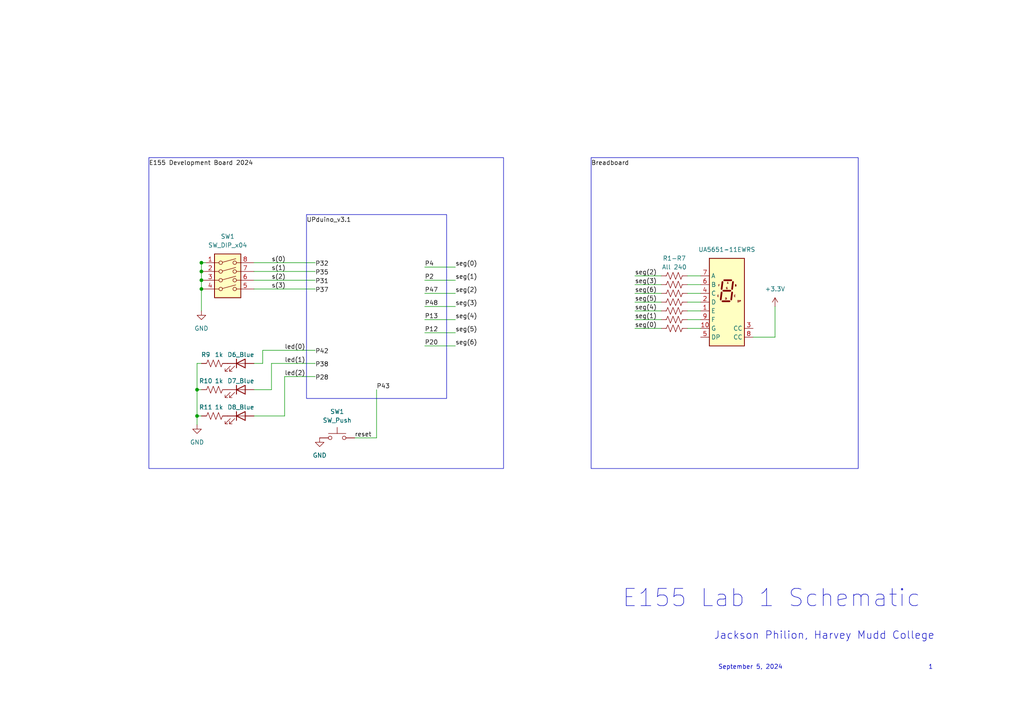
<source format=kicad_sch>
(kicad_sch (version 20230121) (generator eeschema)
  (paper "A4")
  (lib_symbols
    (symbol "Device:LED" (pin_numbers hide) (pin_names (offset 1.016) hide)
      (property "Reference" "D" (at 0 2.54 0))
      (property "Value" "LED" (at 0 -2.54 0))
      (symbol "LED_0_1"
        (polyline (pts (xy -1.27 -1.27) (xy -1.27 1.27)) (stroke (width 0.254)))
        (polyline (pts (xy -1.27 0) (xy 1.27 0)))
        (polyline (pts (xy 1.27 -1.27) (xy 1.27 1.27) (xy -1.27 0) (xy 1.27 -1.27)) (stroke (width 0.254)))
        (polyline (pts (xy -3.048 -0.762) (xy -4.572 -2.286) (xy -3.81 -2.286) (xy -4.572 -2.286) (xy -4.572 -1.524)))
        (polyline (pts (xy -1.778 -0.762) (xy -3.302 -2.286) (xy -2.54 -2.286) (xy -3.302 -2.286) (xy -3.302 -1.524)))
      )
      (symbol "LED_1_1"
        (pin passive line (at -3.81 0 0) (length 2.54) (name "K") (number "1"))
        (pin passive line (at 3.81 0 180) (length 2.54) (name "A") (number "2"))
      )
    )
    (symbol "Device:R_US" (pin_numbers hide) (pin_names (offset 0))
      (property "Reference" "R" (at 2.54 0 90))
      (property "Value" "R_US" (at -2.54 0 90))
      (symbol "R_US_0_1"
        (polyline (pts (xy 0 -2.286) (xy 0 -2.54)))
        (polyline (pts (xy 0 2.286) (xy 0 2.54)))
        (polyline (pts (xy 0 -0.762) (xy 1.016 -1.143) (xy 0 -1.524) (xy -1.016 -1.905) (xy 0 -2.286)))
        (polyline (pts (xy 0 0.762) (xy 1.016 0.381) (xy 0 0) (xy -1.016 -0.381) (xy 0 -0.762)))
        (polyline (pts (xy 0 2.286) (xy 1.016 1.905) (xy 0 1.524) (xy -1.016 1.143) (xy 0 0.762)))
      )
      (symbol "R_US_1_1"
        (pin passive line (at 0 3.81 270) (length 1.27) (name "~") (number "1"))
        (pin passive line (at 0 -3.81 90) (length 1.27) (name "~") (number "2"))
      )
    )
    (symbol "Display_Character:D148K"
      (property "Reference" "U" (at -2.54 13.97 0))
      (property "Value" "D148K" (at 1.27 13.97 0))
      (symbol "D148K_0_0"
        (text "A" (at 0.254 5.588 0) (effects (font (size 0.508 0.508))))
        (text "B" (at 2.54 4.826 0) (effects (font (size 0.508 0.508))))
        (text "C" (at 2.286 1.778 0) (effects (font (size 0.508 0.508))))
        (text "D" (at -0.254 1.016 0) (effects (font (size 0.508 0.508))))
        (text "DP" (at 3.556 0.254 0) (effects (font (size 0.508 0.508))))
        (text "E" (at -2.54 1.778 0) (effects (font (size 0.508 0.508))))
        (text "F" (at -2.286 4.826 0) (effects (font (size 0.508 0.508))))
        (text "G" (at 0 4.064 0) (effects (font (size 0.508 0.508))))
      )
      (symbol "D148K_0_1"
        (rectangle (start -5.08 12.7) (end 5.08 -12.7) (stroke (width 0.254)) (fill (type background)))
        (polyline (pts (xy -1.524 2.794) (xy -1.778 0.762)) (stroke (width 0.508)))
        (polyline (pts (xy -1.27 0.254) (xy 0.762 0.254)) (stroke (width 0.508)))
        (polyline (pts (xy -1.27 5.842) (xy -1.524 3.81)) (stroke (width 0.508)))
        (polyline (pts (xy -1.016 3.302) (xy 1.016 3.302)) (stroke (width 0.508)))
        (polyline (pts (xy -0.762 6.35) (xy 1.27 6.35)) (stroke (width 0.508)))
        (polyline (pts (xy 1.524 2.794) (xy 1.27 0.762)) (stroke (width 0.508)))
        (polyline (pts (xy 1.778 5.842) (xy 1.524 3.81)) (stroke (width 0.508)))
        (polyline (pts (xy 2.54 0.254) (xy 2.54 0.254)) (stroke (width 0.508)))
      )
      (symbol "D148K_1_1"
        (pin input line (at -7.62 -2.54 0) (length 2.54) (name "E") (number "1"))
        (pin input line (at -7.62 -7.62 0) (length 2.54) (name "G") (number "10"))
        (pin input line (at -7.62 0 0) (length 2.54) (name "D") (number "2"))
        (pin input line (at 7.62 -7.62 180) (length 2.54) (name "CC") (number "3"))
        (pin input line (at -7.62 2.54 0) (length 2.54) (name "C") (number "4"))
        (pin input line (at -7.62 -10.16 0) (length 2.54) (name "DP") (number "5"))
        (pin input line (at -7.62 5.08 0) (length 2.54) (name "B") (number "6"))
        (pin input line (at -7.62 7.62 0) (length 2.54) (name "A") (number "7"))
        (pin input line (at 7.62 -10.16 180) (length 2.54) (name "CC") (number "8"))
        (pin input line (at -7.62 -5.08 0) (length 2.54) (name "F") (number "9"))
      )
    )
    (symbol "Switch:SW_DIP_x04" (pin_names (offset 0) hide)
      (property "Reference" "SW" (at 0 8.89 0))
      (property "Value" "SW_DIP_x04" (at 0 -6.35 0))
      (symbol "SW_DIP_x04_0_0"
        (circle (center -2.032 -2.54) (radius 0.508))
        (circle (center -2.032 0) (radius 0.508))
        (circle (center -2.032 2.54) (radius 0.508))
        (circle (center -2.032 5.08) (radius 0.508))
        (polyline (pts (xy -1.524 -2.3876) (xy 2.3622 -1.3462)))
        (polyline (pts (xy -1.524 0.127) (xy 2.3622 1.1684)))
        (polyline (pts (xy -1.524 2.667) (xy 2.3622 3.7084)))
        (polyline (pts (xy -1.524 5.207) (xy 2.3622 6.2484)))
        (circle (center 2.032 -2.54) (radius 0.508))
        (circle (center 2.032 0) (radius 0.508))
        (circle (center 2.032 2.54) (radius 0.508))
        (circle (center 2.032 5.08) (radius 0.508))
      )
      (symbol "SW_DIP_x04_0_1"
        (rectangle (start -3.81 7.62) (end 3.81 -5.08) (stroke (width 0.254)) (fill (type background)))
      )
      (symbol "SW_DIP_x04_1_1"
        (pin passive line (at -7.62 5.08 0) (length 5.08) (name "~") (number "1"))
        (pin passive line (at -7.62 2.54 0) (length 5.08) (name "~") (number "2"))
        (pin passive line (at -7.62 0 0) (length 5.08) (name "~") (number "3"))
        (pin passive line (at -7.62 -2.54 0) (length 5.08) (name "~") (number "4"))
        (pin passive line (at 7.62 -2.54 180) (length 5.08) (name "~") (number "5"))
        (pin passive line (at 7.62 0 180) (length 5.08) (name "~") (number "6"))
        (pin passive line (at 7.62 2.54 180) (length 5.08) (name "~") (number "7"))
        (pin passive line (at 7.62 5.08 180) (length 5.08) (name "~") (number "8"))
      )
    )
    (symbol "Switch:SW_Push" (pin_numbers hide) (pin_names (offset 1.016) hide)
      (property "Reference" "SW" (at 1.27 2.54 0))
      (property "Value" "SW_Push" (at 0 -1.524 0))
      (symbol "SW_Push_0_1"
        (circle (center -2.032 0) (radius 0.508))
        (polyline (pts (xy 0 1.27) (xy 0 3.048)))
        (polyline (pts (xy 2.54 1.27) (xy -2.54 1.27)))
        (circle (center 2.032 0) (radius 0.508))
        (pin passive line (at -5.08 0 0) (length 2.54) (name "1") (number "1"))
        (pin passive line (at 5.08 0 180) (length 2.54) (name "2") (number "2"))
      )
    )
    (symbol "power:+3.3V" (power) (pin_names (offset 0))
      (property "Value" "+3.3V" (at 0 3.556 0))
      (symbol "+3.3V_0_1"
        (polyline (pts (xy -0.762 1.27) (xy 0 2.54)))
        (polyline (pts (xy 0 0) (xy 0 2.54)))
        (polyline (pts (xy 0 2.54) (xy 0.762 1.27)))
      )
      (symbol "+3.3V_1_1"
        (pin power_in line (at 0 0 90) (length 0) hide (name "+3.3V") (number "1"))
      )
    )
    (symbol "power:GND" (power) (pin_names (offset 0))
      (property "Value" "GND" (at 0 -3.81 0))
      (symbol "GND_0_1"
        (polyline (pts (xy 0 0) (xy 0 -1.27) (xy 1.27 -1.27) (xy 0 -2.54) (xy -1.27 -1.27) (xy 0 -1.27)))
      )
      (symbol "GND_1_1"
        (pin power_in line (at 0 0 270) (length 0) hide (name "GND") (number "1"))
      )
    )
  )
  (junction (at 58.42 78.74))
  (junction (at 57.15 120.65))
  (junction (at 57.15 113.03))
  (junction (at 58.42 81.28))
  (junction (at 58.42 76.2))
  (junction (at 58.42 83.82))
  (wire (pts (xy 58.42 78.74) (xy 58.42 81.28)))
  (wire (pts (xy 73.66 113.03) (xy 78.74 113.03)))
  (wire (pts (xy 58.42 81.28) (xy 58.42 83.82)))
  (wire (pts (xy 73.66 120.65) (xy 82.55 120.65)))
  (wire (pts (xy 199.39 87.63) (xy 203.2 87.63)))
  (wire (pts (xy 184.15 92.71) (xy 191.77 92.71)))
  (wire (pts (xy 76.2 101.6) (xy 91.44 101.6)))
  (wire (pts (xy 73.66 83.82) (xy 91.44 83.82)))
  (wire (pts (xy 199.39 92.71) (xy 203.2 92.71)))
  (wire (pts (xy 102.87 127) (xy 109.22 127)))
  (wire (pts (xy 58.42 76.2) (xy 58.42 78.74)))
  (wire (pts (xy 184.15 80.01) (xy 191.77 80.01)))
  (wire (pts (xy 224.79 88.9) (xy 224.79 97.79)))
  (wire (pts (xy 184.15 82.55) (xy 191.77 82.55)))
  (wire (pts (xy 184.15 85.09) (xy 191.8018 85.09)))
  (wire (pts (xy 91.44 109.22) (xy 82.55 109.22)))
  (wire (pts (xy 57.15 105.41) (xy 57.15 113.03)))
  (wire (pts (xy 184.15 95.25) (xy 191.77 95.25)))
  (wire (pts (xy 57.15 113.03) (xy 58.42 113.03)))
  (wire (pts (xy 123.19 77.47) (xy 132.08 77.47)))
  (wire (pts (xy 199.39 80.01) (xy 203.2 80.01)))
  (wire (pts (xy 78.74 105.41) (xy 78.74 113.03)))
  (wire (pts (xy 57.15 120.65) (xy 58.42 120.65)))
  (wire (pts (xy 184.15 90.17) (xy 191.77 90.17)))
  (wire (pts (xy 199.39 82.55) (xy 203.2 82.55)))
  (wire (pts (xy 78.74 105.41) (xy 91.44 105.41)))
  (wire (pts (xy 76.2 101.6) (xy 76.2 105.41)))
  (wire (pts (xy 73.66 81.28) (xy 91.44 81.28)))
  (wire (pts (xy 123.19 88.9) (xy 132.08 88.9)))
  (wire (pts (xy 199.39 90.17) (xy 203.2 90.17)))
  (wire (pts (xy 82.55 109.22) (xy 82.55 120.65)))
  (wire (pts (xy 58.42 83.82) (xy 58.42 90.17)))
  (wire (pts (xy 224.79 97.79) (xy 218.44 97.79)))
  (wire (pts (xy 123.19 85.09) (xy 132.08 85.09)))
  (wire (pts (xy 109.22 113.03) (xy 109.22 127)))
  (wire (pts (xy 184.15 87.63) (xy 191.77 87.63)))
  (wire (pts (xy 58.42 105.41) (xy 57.15 105.41)))
  (wire (pts (xy 199.4218 85.09) (xy 203.2 85.09)))
  (wire (pts (xy 57.15 113.03) (xy 57.15 120.65)))
  (wire (pts (xy 123.19 92.71) (xy 132.08 92.71)))
  (wire (pts (xy 73.66 105.41) (xy 76.2 105.41)))
  (wire (pts (xy 73.66 78.74) (xy 91.44 78.74)))
  (wire (pts (xy 123.19 96.52) (xy 132.08 96.52)))
  (wire (pts (xy 73.66 76.2) (xy 91.44 76.2)))
  (wire (pts (xy 123.19 100.33) (xy 132.08 100.33)))
  (wire (pts (xy 59.69 76.2) (xy 58.42 76.2)))
  (wire (pts (xy 57.15 120.65) (xy 57.15 123.19)))
  (wire (pts (xy 199.39 95.25) (xy 203.2 95.25)))
  (wire (pts (xy 123.19 81.28) (xy 132.08 81.28)))
  (rectangle (start 88.9 62.23) (end 129.54 115.57))
  (rectangle (start 43.18 45.72) (end 146.05 135.89))
  (rectangle (start 171.45 45.72) (end 248.92 135.89))
  (text "Jackson Philion, Harvey Mudd College\n\n" (at 207.01 189.23 0) (effects (font (size 2.2 2.2)) (justify left bottom)))
  (text "1\n" (at 269.24 194.31 0) (effects (font (size 1.27 1.27)) (justify left bottom)))
  (text "September 5, 2024" (at 208.28 194.31 0) (effects (font (size 1.27 1.27)) (justify left bottom)))
  (text "E155 Lab 1 Schematic" (at 180.34 176.53 0) (effects (font (size 5 5)) (justify left bottom)))
  (label "s(1)" (at 78.74 78.74 0))
  (label "seg(5)" (at 184.15 87.63 0))
  (label "seg(4)" (at 184.15 90.17 0))
  (label "P4" (at 123.19 77.47 0))
  (label "seg(5)" (at 132.08 96.52 0))
  (label "P12" (at 123.19 96.52 0))
  (label "P32" (at 91.44 77.47 0))
  (label "P20" (at 123.19 100.33 0))
  (label "s(2)" (at 78.74 81.28 0))
  (label "seg(4)" (at 132.08 92.71 0))
  (label "P37" (at 91.44 85.09 0))
  (label "seg(1)" (at 132.08 81.28 0))
  (label "reset" (at 102.87 127 0))
  (label "s(0)" (at 78.74 76.2 0))
  (label "Breadboard" (at 171.45 48.26 0))
  (label "seg(6)" (at 184.15 85.09 0))
  (label "P28" (at 91.44 110.49 0))
  (label "led(0)" (at 82.55 101.6 0))
  (label "P48" (at 123.19 88.9 0))
  (label "seg(2)" (at 184.15 80.01 0))
  (label "P35" (at 91.44 80.01 0))
  (label "led(1)" (at 82.55 105.41 0))
  (label "seg(2)" (at 132.08 85.09 0))
  (label "P38" (at 91.44 106.68 0))
  (label "seg(3)" (at 184.15 82.55 0))
  (label "P2" (at 123.19 81.28 0))
  (label "P43" (at 109.22 113.03 0))
  (label "P31" (at 91.44 82.55 0))
  (label "s(3)" (at 78.74 83.82 0))
  (label "seg(1)" (at 184.15 92.71 0))
  (label "seg(6)" (at 132.08 100.33 0))
  (label "E155 Development Board 2024" (at 43.18 48.26 0))
  (label "P42" (at 91.44 102.87 0))
  (label "UPduino_v3.1" (at 88.9 64.77 0))
  (label "seg(0)" (at 132.08 77.47 0))
  (label "P13" (at 123.19 92.71 0))
  (label "P47" (at 123.19 85.09 0))
  (label "seg(3)" (at 132.08 88.9 0))
  (label "led(2)" (at 82.55 109.22 0))
  (label "seg(0)" (at 184.15 95.25 0))
  (symbol (lib_id "power:GND") (at 58.42 90.17 0) (unit 1)
    (property "Reference" "#PWR01" (effects hide))
    (property "Value" "GND" (at 58.42 95.25 0))
  )
  (symbol (lib_id "Device:LED") (at 69.85 120.65 0) (unit 1)
    (property "Reference" "D8_Blue" (at 69.85 118.11 0))
    (property "Value" "LED" (effects hide))
  )
  (symbol (lib_id "Switch:SW_DIP_x04") (at 66.04 81.28 0) (unit 1)
    (property "Reference" "SW1" (at 66.04 68.58 0))
    (property "Value" "SW_DIP_x04" (at 66.04 71.12 0))
  )
  (symbol (lib_id "Device:R_US") (at 62.23 113.03 90) (unit 1)
    (property "Reference" "R10" (at 59.69 110.49 90))
    (property "Value" "1k" (at 63.5 110.49 90))
  )
  (symbol (lib_id "Device:LED") (at 69.85 113.03 0) (unit 1)
    (property "Reference" "D7_Blue" (at 69.85 110.49 0))
    (property "Value" "LED" (effects hide))
  )
  (symbol (lib_id "Device:R_US") (at 195.58 92.71 90) (unit 1)
    (property "Reference" "R2" (effects hide))
    (property "Value" "R_US" (effects hide))
  )
  (symbol (lib_id "Switch:SW_Push") (at 97.79 127 0) (unit 1)
    (property "Reference" "SW1" (at 97.79 119.38 0))
    (property "Value" "SW_Push" (at 97.79 121.92 0))
  )
  (symbol (lib_id "Device:LED") (at 69.85 105.41 0) (unit 1)
    (property "Reference" "D6_Blue" (at 69.85 102.87 0))
    (property "Value" "LED" (effects hide))
  )
  (symbol (lib_id "Device:R_US") (at 195.58 87.63 90) (unit 1)
    (property "Reference" "R4" (effects hide))
    (property "Value" "R_US" (effects hide))
  )
  (symbol (lib_id "power:GND") (at 57.15 123.19 0) (unit 1)
    (property "Reference" "#PWR02" (effects hide))
    (property "Value" "GND" (at 57.15 128.27 0))
  )
  (symbol (lib_id "Display_Character:D148K") (at 210.82 87.63 0) (unit 1)
    (property "Reference" "UA5651-11EWRS" (at 210.82 72.39 0))
    (property "Value" "~" (at 210.82 72.39 0))
    (property "Footprint" "Display_7Segment:D1X8K" (effects hide))
    (property "Datasheet" "https://ia800903.us.archive.org/24/items/CTKD1x8K/Cromatek%20D168K.pdf" (effects hide))
  )
  (symbol (lib_id "Device:R_US") (at 62.23 120.65 90) (unit 1)
    (property "Reference" "R11" (at 59.69 118.11 90))
    (property "Value" "1k" (at 63.5 118.11 90))
  )
  (symbol (lib_id "Device:R_US") (at 62.23 105.41 90) (unit 1)
    (property "Reference" "R9" (at 59.69 102.87 90))
    (property "Value" "1k" (at 63.5 102.87 90))
  )
  (symbol (lib_id "power:GND") (at 92.71 127 0) (unit 1)
    (property "Reference" "#PWR04" (effects hide))
    (property "Value" "GND" (at 92.71 132.08 0))
  )
  (symbol (lib_id "Device:R_US") (at 195.58 95.25 90) (unit 1)
    (property "Reference" "R1" (effects hide))
    (property "Value" "R_US" (effects hide))
  )
  (symbol (lib_id "Device:R_US") (at 195.58 82.55 90) (unit 1)
    (property "Reference" "R6" (effects hide))
    (property "Value" "R_US" (effects hide))
  )
  (symbol (lib_id "Device:R_US") (at 195.6118 85.09 90) (unit 1)
    (property "Reference" "R5" (effects hide))
    (property "Value" "R_US" (effects hide))
  )
  (symbol (lib_id "Device:R_US") (at 195.58 80.01 90) (unit 1)
    (property "Reference" "R1-R7" (at 195.58 74.93 90))
    (property "Value" "All 240" (at 195.58 77.47 90))
  )
  (symbol (lib_id "power:+3.3V") (at 224.79 88.9 0) (unit 1)
    (property "Reference" "#PWR03" (effects hide))
    (property "Value" "+3.3V" (at 224.79 83.82 0))
  )
  (symbol (lib_id "Device:R_US") (at 195.58 90.17 90) (unit 1)
    (property "Reference" "R3" (effects hide))
    (property "Value" "R_US" (effects hide))
  )
)
</source>
